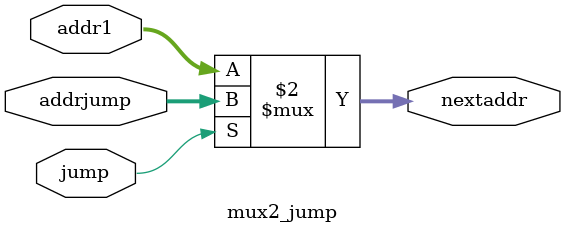
<source format=v>
`timescale 1ns / 1ps


module mux2_jump(
input jump,
input [31:0]addrjump,
input [31:0]addr1,
output [31:0]nextaddr
    );
    assign nextaddr=(jump!=0)?addrjump:addr1;
endmodule

</source>
